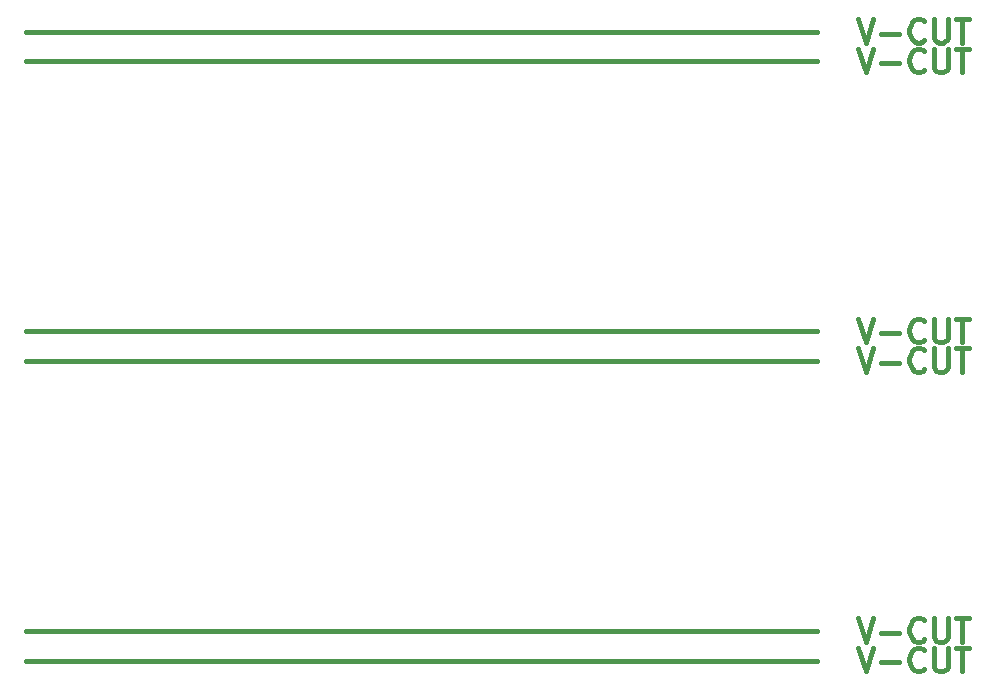
<source format=gbr>
G04 #@! TF.GenerationSoftware,KiCad,Pcbnew,5.1.7-a382d34a8~87~ubuntu20.04.1*
G04 #@! TF.CreationDate,2020-11-15T14:17:37+09:00*
G04 #@! TF.ProjectId,adapter-panel,61646170-7465-4722-9d70-616e656c2e6b,rev?*
G04 #@! TF.SameCoordinates,Original*
G04 #@! TF.FileFunction,Other,Comment*
%FSLAX46Y46*%
G04 Gerber Fmt 4.6, Leading zero omitted, Abs format (unit mm)*
G04 Created by KiCad (PCBNEW 5.1.7-a382d34a8~87~ubuntu20.04.1) date 2020-11-15 14:17:37*
%MOMM*%
%LPD*%
G01*
G04 APERTURE LIST*
%ADD10C,0.400000*%
G04 APERTURE END LIST*
D10*
X126711476Y-137724761D02*
X127378142Y-139724761D01*
X128044809Y-137724761D01*
X128711476Y-138962857D02*
X130235285Y-138962857D01*
X132330523Y-139534285D02*
X132235285Y-139629523D01*
X131949571Y-139724761D01*
X131759095Y-139724761D01*
X131473380Y-139629523D01*
X131282904Y-139439047D01*
X131187666Y-139248571D01*
X131092428Y-138867619D01*
X131092428Y-138581904D01*
X131187666Y-138200952D01*
X131282904Y-138010476D01*
X131473380Y-137820000D01*
X131759095Y-137724761D01*
X131949571Y-137724761D01*
X132235285Y-137820000D01*
X132330523Y-137915238D01*
X133187666Y-137724761D02*
X133187666Y-139343809D01*
X133282904Y-139534285D01*
X133378142Y-139629523D01*
X133568619Y-139724761D01*
X133949571Y-139724761D01*
X134140047Y-139629523D01*
X134235285Y-139534285D01*
X134330523Y-139343809D01*
X134330523Y-137724761D01*
X134997190Y-137724761D02*
X136140047Y-137724761D01*
X135568619Y-139724761D02*
X135568619Y-137724761D01*
X56299000Y-138820000D02*
X123261000Y-138820000D01*
X126711476Y-87004761D02*
X127378142Y-89004761D01*
X128044809Y-87004761D01*
X128711476Y-88242857D02*
X130235285Y-88242857D01*
X132330523Y-88814285D02*
X132235285Y-88909523D01*
X131949571Y-89004761D01*
X131759095Y-89004761D01*
X131473380Y-88909523D01*
X131282904Y-88719047D01*
X131187666Y-88528571D01*
X131092428Y-88147619D01*
X131092428Y-87861904D01*
X131187666Y-87480952D01*
X131282904Y-87290476D01*
X131473380Y-87100000D01*
X131759095Y-87004761D01*
X131949571Y-87004761D01*
X132235285Y-87100000D01*
X132330523Y-87195238D01*
X133187666Y-87004761D02*
X133187666Y-88623809D01*
X133282904Y-88814285D01*
X133378142Y-88909523D01*
X133568619Y-89004761D01*
X133949571Y-89004761D01*
X134140047Y-88909523D01*
X134235285Y-88814285D01*
X134330523Y-88623809D01*
X134330523Y-87004761D01*
X134997190Y-87004761D02*
X136140047Y-87004761D01*
X135568619Y-89004761D02*
X135568619Y-87004761D01*
X56299000Y-88100000D02*
X123261000Y-88100000D01*
X126711476Y-109864761D02*
X127378142Y-111864761D01*
X128044809Y-109864761D01*
X128711476Y-111102857D02*
X130235285Y-111102857D01*
X132330523Y-111674285D02*
X132235285Y-111769523D01*
X131949571Y-111864761D01*
X131759095Y-111864761D01*
X131473380Y-111769523D01*
X131282904Y-111579047D01*
X131187666Y-111388571D01*
X131092428Y-111007619D01*
X131092428Y-110721904D01*
X131187666Y-110340952D01*
X131282904Y-110150476D01*
X131473380Y-109960000D01*
X131759095Y-109864761D01*
X131949571Y-109864761D01*
X132235285Y-109960000D01*
X132330523Y-110055238D01*
X133187666Y-109864761D02*
X133187666Y-111483809D01*
X133282904Y-111674285D01*
X133378142Y-111769523D01*
X133568619Y-111864761D01*
X133949571Y-111864761D01*
X134140047Y-111769523D01*
X134235285Y-111674285D01*
X134330523Y-111483809D01*
X134330523Y-109864761D01*
X134997190Y-109864761D02*
X136140047Y-109864761D01*
X135568619Y-111864761D02*
X135568619Y-109864761D01*
X56299000Y-110960000D02*
X123261000Y-110960000D01*
X126711476Y-112364761D02*
X127378142Y-114364761D01*
X128044809Y-112364761D01*
X128711476Y-113602857D02*
X130235285Y-113602857D01*
X132330523Y-114174285D02*
X132235285Y-114269523D01*
X131949571Y-114364761D01*
X131759095Y-114364761D01*
X131473380Y-114269523D01*
X131282904Y-114079047D01*
X131187666Y-113888571D01*
X131092428Y-113507619D01*
X131092428Y-113221904D01*
X131187666Y-112840952D01*
X131282904Y-112650476D01*
X131473380Y-112460000D01*
X131759095Y-112364761D01*
X131949571Y-112364761D01*
X132235285Y-112460000D01*
X132330523Y-112555238D01*
X133187666Y-112364761D02*
X133187666Y-113983809D01*
X133282904Y-114174285D01*
X133378142Y-114269523D01*
X133568619Y-114364761D01*
X133949571Y-114364761D01*
X134140047Y-114269523D01*
X134235285Y-114174285D01*
X134330523Y-113983809D01*
X134330523Y-112364761D01*
X134997190Y-112364761D02*
X136140047Y-112364761D01*
X135568619Y-114364761D02*
X135568619Y-112364761D01*
X56299000Y-113460000D02*
X123261000Y-113460000D01*
X126711476Y-135224761D02*
X127378142Y-137224761D01*
X128044809Y-135224761D01*
X128711476Y-136462857D02*
X130235285Y-136462857D01*
X132330523Y-137034285D02*
X132235285Y-137129523D01*
X131949571Y-137224761D01*
X131759095Y-137224761D01*
X131473380Y-137129523D01*
X131282904Y-136939047D01*
X131187666Y-136748571D01*
X131092428Y-136367619D01*
X131092428Y-136081904D01*
X131187666Y-135700952D01*
X131282904Y-135510476D01*
X131473380Y-135320000D01*
X131759095Y-135224761D01*
X131949571Y-135224761D01*
X132235285Y-135320000D01*
X132330523Y-135415238D01*
X133187666Y-135224761D02*
X133187666Y-136843809D01*
X133282904Y-137034285D01*
X133378142Y-137129523D01*
X133568619Y-137224761D01*
X133949571Y-137224761D01*
X134140047Y-137129523D01*
X134235285Y-137034285D01*
X134330523Y-136843809D01*
X134330523Y-135224761D01*
X134997190Y-135224761D02*
X136140047Y-135224761D01*
X135568619Y-137224761D02*
X135568619Y-135224761D01*
X56299000Y-136320000D02*
X123261000Y-136320000D01*
X126711476Y-84504761D02*
X127378142Y-86504761D01*
X128044809Y-84504761D01*
X128711476Y-85742857D02*
X130235285Y-85742857D01*
X132330523Y-86314285D02*
X132235285Y-86409523D01*
X131949571Y-86504761D01*
X131759095Y-86504761D01*
X131473380Y-86409523D01*
X131282904Y-86219047D01*
X131187666Y-86028571D01*
X131092428Y-85647619D01*
X131092428Y-85361904D01*
X131187666Y-84980952D01*
X131282904Y-84790476D01*
X131473380Y-84600000D01*
X131759095Y-84504761D01*
X131949571Y-84504761D01*
X132235285Y-84600000D01*
X132330523Y-84695238D01*
X133187666Y-84504761D02*
X133187666Y-86123809D01*
X133282904Y-86314285D01*
X133378142Y-86409523D01*
X133568619Y-86504761D01*
X133949571Y-86504761D01*
X134140047Y-86409523D01*
X134235285Y-86314285D01*
X134330523Y-86123809D01*
X134330523Y-84504761D01*
X134997190Y-84504761D02*
X136140047Y-84504761D01*
X135568619Y-86504761D02*
X135568619Y-84504761D01*
X56299000Y-85600000D02*
X123261000Y-85600000D01*
M02*

</source>
